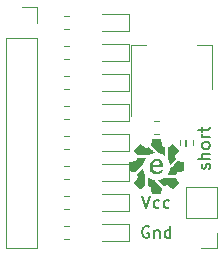
<source format=gbr>
%TF.GenerationSoftware,KiCad,Pcbnew,(6.0.0)*%
%TF.CreationDate,2022-01-24T17:52:03-05:00*%
%TF.ProjectId,LED direction board,4c454420-6469-4726-9563-74696f6e2062,rev?*%
%TF.SameCoordinates,Original*%
%TF.FileFunction,Legend,Top*%
%TF.FilePolarity,Positive*%
%FSLAX46Y46*%
G04 Gerber Fmt 4.6, Leading zero omitted, Abs format (unit mm)*
G04 Created by KiCad (PCBNEW (6.0.0)) date 2022-01-24 17:52:03*
%MOMM*%
%LPD*%
G01*
G04 APERTURE LIST*
%ADD10C,0.150000*%
%ADD11C,0.120000*%
G04 APERTURE END LIST*
D10*
X130810000Y-88646000D02*
X130810000Y-89154000D01*
X127627142Y-96020000D02*
X127531904Y-95972380D01*
X127389047Y-95972380D01*
X127246190Y-96020000D01*
X127150952Y-96115238D01*
X127103333Y-96210476D01*
X127055714Y-96400952D01*
X127055714Y-96543809D01*
X127103333Y-96734285D01*
X127150952Y-96829523D01*
X127246190Y-96924761D01*
X127389047Y-96972380D01*
X127484285Y-96972380D01*
X127627142Y-96924761D01*
X127674761Y-96877142D01*
X127674761Y-96543809D01*
X127484285Y-96543809D01*
X128103333Y-96305714D02*
X128103333Y-96972380D01*
X128103333Y-96400952D02*
X128150952Y-96353333D01*
X128246190Y-96305714D01*
X128389047Y-96305714D01*
X128484285Y-96353333D01*
X128531904Y-96448571D01*
X128531904Y-96972380D01*
X129436666Y-96972380D02*
X129436666Y-95972380D01*
X129436666Y-96924761D02*
X129341428Y-96972380D01*
X129150952Y-96972380D01*
X129055714Y-96924761D01*
X129008095Y-96877142D01*
X128960476Y-96781904D01*
X128960476Y-96496190D01*
X129008095Y-96400952D01*
X129055714Y-96353333D01*
X129150952Y-96305714D01*
X129341428Y-96305714D01*
X129436666Y-96353333D01*
X127079523Y-93432380D02*
X127412857Y-94432380D01*
X127746190Y-93432380D01*
X128508095Y-94384761D02*
X128412857Y-94432380D01*
X128222380Y-94432380D01*
X128127142Y-94384761D01*
X128079523Y-94337142D01*
X128031904Y-94241904D01*
X128031904Y-93956190D01*
X128079523Y-93860952D01*
X128127142Y-93813333D01*
X128222380Y-93765714D01*
X128412857Y-93765714D01*
X128508095Y-93813333D01*
X129365238Y-94384761D02*
X129270000Y-94432380D01*
X129079523Y-94432380D01*
X128984285Y-94384761D01*
X128936666Y-94337142D01*
X128889047Y-94241904D01*
X128889047Y-93956190D01*
X128936666Y-93860952D01*
X128984285Y-93813333D01*
X129079523Y-93765714D01*
X129270000Y-93765714D01*
X129365238Y-93813333D01*
X132738761Y-91122285D02*
X132786380Y-91027047D01*
X132786380Y-90836571D01*
X132738761Y-90741333D01*
X132643523Y-90693714D01*
X132595904Y-90693714D01*
X132500666Y-90741333D01*
X132453047Y-90836571D01*
X132453047Y-90979428D01*
X132405428Y-91074666D01*
X132310190Y-91122285D01*
X132262571Y-91122285D01*
X132167333Y-91074666D01*
X132119714Y-90979428D01*
X132119714Y-90836571D01*
X132167333Y-90741333D01*
X132786380Y-90265142D02*
X131786380Y-90265142D01*
X132786380Y-89836571D02*
X132262571Y-89836571D01*
X132167333Y-89884190D01*
X132119714Y-89979428D01*
X132119714Y-90122285D01*
X132167333Y-90217523D01*
X132214952Y-90265142D01*
X132786380Y-89217523D02*
X132738761Y-89312761D01*
X132691142Y-89360380D01*
X132595904Y-89408000D01*
X132310190Y-89408000D01*
X132214952Y-89360380D01*
X132167333Y-89312761D01*
X132119714Y-89217523D01*
X132119714Y-89074666D01*
X132167333Y-88979428D01*
X132214952Y-88931809D01*
X132310190Y-88884190D01*
X132595904Y-88884190D01*
X132691142Y-88931809D01*
X132738761Y-88979428D01*
X132786380Y-89074666D01*
X132786380Y-89217523D01*
X132786380Y-88455619D02*
X132119714Y-88455619D01*
X132310190Y-88455619D02*
X132214952Y-88408000D01*
X132167333Y-88360380D01*
X132119714Y-88265142D01*
X132119714Y-88169904D01*
X132119714Y-87979428D02*
X132119714Y-87598476D01*
X131786380Y-87836571D02*
X132643523Y-87836571D01*
X132738761Y-87788952D01*
X132786380Y-87693714D01*
X132786380Y-87598476D01*
D11*
%TO.C,R9*%
X128507258Y-87107500D02*
X128032742Y-87107500D01*
X128507258Y-88152500D02*
X128032742Y-88152500D01*
%TO.C,R10*%
X131332500Y-88662742D02*
X131332500Y-89137258D01*
X130287500Y-88662742D02*
X130287500Y-89137258D01*
%TO.C,D3*%
X123660000Y-84555000D02*
X125945000Y-84555000D01*
X125945000Y-84555000D02*
X125945000Y-83085000D01*
X125945000Y-83085000D02*
X123660000Y-83085000D01*
%TO.C,R3*%
X120412742Y-84342500D02*
X120887258Y-84342500D01*
X120412742Y-83297500D02*
X120887258Y-83297500D01*
%TO.C,U1*%
X126130000Y-80640000D02*
X127390000Y-80640000D01*
X126130000Y-86650000D02*
X126130000Y-80640000D01*
X132950000Y-84400000D02*
X132950000Y-80640000D01*
X132950000Y-80640000D02*
X131690000Y-80640000D01*
%TO.C,D2*%
X123660000Y-82015000D02*
X125945000Y-82015000D01*
X125945000Y-82015000D02*
X125945000Y-80545000D01*
X125945000Y-80545000D02*
X123660000Y-80545000D01*
%TO.C,D6*%
X123660000Y-92175000D02*
X125945000Y-92175000D01*
X125945000Y-90705000D02*
X123660000Y-90705000D01*
X125945000Y-92175000D02*
X125945000Y-90705000D01*
%TO.C,R8*%
X120412742Y-95997500D02*
X120887258Y-95997500D01*
X120412742Y-97042500D02*
X120887258Y-97042500D01*
%TO.C,R2*%
X120412742Y-81802500D02*
X120887258Y-81802500D01*
X120412742Y-80757500D02*
X120887258Y-80757500D01*
%TO.C,D1*%
X125945000Y-78005000D02*
X123660000Y-78005000D01*
X125945000Y-79475000D02*
X125945000Y-78005000D01*
X123660000Y-79475000D02*
X125945000Y-79475000D01*
%TO.C,D5*%
X125945000Y-89635000D02*
X125945000Y-88165000D01*
X123660000Y-89635000D02*
X125945000Y-89635000D01*
X125945000Y-88165000D02*
X123660000Y-88165000D01*
%TO.C,R5*%
X120412742Y-88377500D02*
X120887258Y-88377500D01*
X120412742Y-89422500D02*
X120887258Y-89422500D01*
%TO.C,R7*%
X120412742Y-93457500D02*
X120887258Y-93457500D01*
X120412742Y-94502500D02*
X120887258Y-94502500D01*
%TO.C,D7*%
X125945000Y-93245000D02*
X123660000Y-93245000D01*
X123660000Y-94715000D02*
X125945000Y-94715000D01*
X125945000Y-94715000D02*
X125945000Y-93245000D01*
%TO.C,J1*%
X115535000Y-97850000D02*
X118195000Y-97850000D01*
X115535000Y-80010000D02*
X118195000Y-80010000D01*
X115535000Y-80010000D02*
X115535000Y-97850000D01*
X118195000Y-77410000D02*
X118195000Y-78740000D01*
X118195000Y-80010000D02*
X118195000Y-97850000D01*
X116865000Y-77410000D02*
X118195000Y-77410000D01*
%TO.C,D8*%
X123660000Y-97255000D02*
X125945000Y-97255000D01*
X125945000Y-95785000D02*
X123660000Y-95785000D01*
X125945000Y-97255000D02*
X125945000Y-95785000D01*
%TO.C,D4*%
X125945000Y-87095000D02*
X125945000Y-85625000D01*
X125945000Y-85625000D02*
X123660000Y-85625000D01*
X123660000Y-87095000D02*
X125945000Y-87095000D01*
%TO.C,G\u002A\u002A\u002A*%
G36*
X127095645Y-90211591D02*
G01*
X127171680Y-90211906D01*
X127232901Y-90212478D01*
X127280582Y-90213346D01*
X127315996Y-90214548D01*
X127340416Y-90216123D01*
X127355117Y-90218110D01*
X127361371Y-90220546D01*
X127361538Y-90222346D01*
X127353493Y-90234492D01*
X127338563Y-90256321D01*
X127319843Y-90283311D01*
X127318108Y-90285796D01*
X127274358Y-90354943D01*
X127232861Y-90432439D01*
X127198255Y-90509436D01*
X127190936Y-90528343D01*
X127178563Y-90564061D01*
X127165692Y-90605303D01*
X127153504Y-90647759D01*
X127143180Y-90687119D01*
X127135900Y-90719073D01*
X127132844Y-90739311D01*
X127132816Y-90740532D01*
X127126796Y-90750052D01*
X127109674Y-90770154D01*
X127082862Y-90799439D01*
X127047772Y-90836505D01*
X127005813Y-90879954D01*
X126958396Y-90928385D01*
X126906934Y-90980400D01*
X126852836Y-91034597D01*
X126797513Y-91089578D01*
X126742377Y-91143943D01*
X126688838Y-91196292D01*
X126638307Y-91245225D01*
X126592196Y-91289343D01*
X126551914Y-91327246D01*
X126518874Y-91357534D01*
X126494485Y-91378807D01*
X126480159Y-91389666D01*
X126477373Y-91390782D01*
X126455774Y-91388805D01*
X126434013Y-91386464D01*
X126356079Y-91377458D01*
X126292492Y-91370164D01*
X126240357Y-91364261D01*
X126196779Y-91359427D01*
X126158864Y-91355340D01*
X126123716Y-91351678D01*
X126095462Y-91348820D01*
X126052797Y-91344417D01*
X126013165Y-91340088D01*
X125981816Y-91336419D01*
X125967420Y-91334529D01*
X125934867Y-91329791D01*
X125934867Y-90542891D01*
X125967420Y-90538152D01*
X125989651Y-90535318D01*
X126023914Y-90531415D01*
X126064954Y-90527027D01*
X126095462Y-90523925D01*
X126147369Y-90518532D01*
X126207018Y-90511977D01*
X126264929Y-90505313D01*
X126290780Y-90502207D01*
X126340838Y-90496408D01*
X126394312Y-90490754D01*
X126443277Y-90486060D01*
X126467320Y-90484034D01*
X126503289Y-90480244D01*
X126530435Y-90475417D01*
X126545136Y-90470264D01*
X126546677Y-90468493D01*
X126554428Y-90442768D01*
X126566049Y-90406974D01*
X126579895Y-90365887D01*
X126594318Y-90324284D01*
X126607674Y-90286942D01*
X126618315Y-90258637D01*
X126622531Y-90248388D01*
X126638824Y-90211495D01*
X127003523Y-90211495D01*
X127095645Y-90211591D01*
G37*
G36*
X130098143Y-90484576D02*
G01*
X130127968Y-90487882D01*
X130169141Y-90492542D01*
X130215770Y-90497885D01*
X130253562Y-90502261D01*
X130307268Y-90508358D01*
X130367055Y-90514902D01*
X130423969Y-90520922D01*
X130453220Y-90523900D01*
X130495885Y-90528287D01*
X130535518Y-90532603D01*
X130566867Y-90536265D01*
X130581261Y-90538152D01*
X130613814Y-90542891D01*
X130613814Y-91329791D01*
X130581261Y-91334529D01*
X130559030Y-91337364D01*
X130524768Y-91341266D01*
X130483727Y-91345654D01*
X130453220Y-91348757D01*
X130401312Y-91354149D01*
X130341664Y-91360705D01*
X130283753Y-91367369D01*
X130257902Y-91370475D01*
X130207843Y-91376273D01*
X130154369Y-91381928D01*
X130105404Y-91386622D01*
X130081362Y-91388648D01*
X130045411Y-91392436D01*
X130018259Y-91397262D01*
X130003536Y-91402413D01*
X130001983Y-91404188D01*
X129992236Y-91436643D01*
X129978543Y-91478966D01*
X129963054Y-91524770D01*
X129947917Y-91567666D01*
X129938156Y-91593911D01*
X129915603Y-91652506D01*
X129552884Y-91652506D01*
X129475427Y-91652415D01*
X129403625Y-91652156D01*
X129339278Y-91651748D01*
X129284183Y-91651211D01*
X129240137Y-91650563D01*
X129208940Y-91649825D01*
X129192387Y-91649016D01*
X129190164Y-91648582D01*
X129194786Y-91640113D01*
X129207032Y-91621212D01*
X129224474Y-91595602D01*
X129228742Y-91589471D01*
X129274905Y-91516605D01*
X129317866Y-91436100D01*
X129353020Y-91356711D01*
X129357745Y-91344338D01*
X129371314Y-91305143D01*
X129384879Y-91261289D01*
X129397274Y-91217114D01*
X129407337Y-91176955D01*
X129413903Y-91145149D01*
X129415865Y-91127809D01*
X129422001Y-91116983D01*
X129440443Y-91094569D01*
X129471242Y-91060513D01*
X129514450Y-91014761D01*
X129570118Y-90957258D01*
X129638298Y-90887950D01*
X129719041Y-90806783D01*
X129731379Y-90794442D01*
X130046894Y-90479016D01*
X130098143Y-90484576D01*
G37*
G36*
X126956039Y-89046436D02*
G01*
X126977745Y-89063380D01*
X127009924Y-89088852D01*
X127049637Y-89120493D01*
X127093947Y-89155943D01*
X127139915Y-89192845D01*
X127184603Y-89228837D01*
X127225074Y-89261561D01*
X127258389Y-89288657D01*
X127281609Y-89307766D01*
X127284660Y-89310318D01*
X127301377Y-89323992D01*
X127325250Y-89343099D01*
X127340881Y-89355454D01*
X127379670Y-89385942D01*
X127440710Y-89352960D01*
X127480563Y-89332444D01*
X127526624Y-89310224D01*
X127568994Y-89291075D01*
X127569406Y-89290898D01*
X127637062Y-89261817D01*
X127892765Y-89517411D01*
X127947525Y-89572287D01*
X127998271Y-89623411D01*
X128043723Y-89669474D01*
X128082603Y-89709168D01*
X128113632Y-89741185D01*
X128135533Y-89764216D01*
X128147025Y-89776953D01*
X128148469Y-89779038D01*
X128140716Y-89783601D01*
X128120983Y-89788453D01*
X128107235Y-89790664D01*
X128071307Y-89797141D01*
X128024734Y-89807772D01*
X127973279Y-89821030D01*
X127922702Y-89835387D01*
X127878765Y-89849316D01*
X127858640Y-89856578D01*
X127806897Y-89878823D01*
X127749151Y-89907198D01*
X127693039Y-89937761D01*
X127648425Y-89965083D01*
X127604123Y-89994475D01*
X126683412Y-89994475D01*
X126669990Y-89973991D01*
X126655597Y-89954040D01*
X126644957Y-89941438D01*
X126635649Y-89930665D01*
X126617724Y-89909006D01*
X126593383Y-89879155D01*
X126564828Y-89843803D01*
X126549895Y-89825199D01*
X126516581Y-89783657D01*
X126483064Y-89741937D01*
X126452702Y-89704214D01*
X126428853Y-89674662D01*
X126423627Y-89668208D01*
X126400144Y-89638827D01*
X126378527Y-89611078D01*
X126363185Y-89590627D01*
X126362374Y-89589494D01*
X126343937Y-89563602D01*
X126902775Y-89005540D01*
X126956039Y-89046436D01*
G37*
G36*
X127755479Y-90609170D02*
G01*
X127800915Y-90530627D01*
X127860703Y-90456349D01*
X127879365Y-90436742D01*
X127952627Y-90371793D01*
X128030991Y-90321972D01*
X128118082Y-90285108D01*
X128148393Y-90275691D01*
X128186888Y-90265276D01*
X128218279Y-90258919D01*
X128248898Y-90255961D01*
X128285080Y-90255736D01*
X128325094Y-90257209D01*
X128401080Y-90264002D01*
X128466180Y-90277862D01*
X128526005Y-90300449D01*
X128586167Y-90333419D01*
X128589036Y-90335214D01*
X128654465Y-90386327D01*
X128710304Y-90450467D01*
X128754966Y-90525253D01*
X128786860Y-90608304D01*
X128796162Y-90645534D01*
X128802673Y-90688089D01*
X128806166Y-90736630D01*
X128806775Y-90786999D01*
X128804633Y-90835038D01*
X128799876Y-90876590D01*
X128792636Y-90907497D01*
X128787355Y-90918905D01*
X128773086Y-90940681D01*
X127974853Y-90940681D01*
X127975158Y-90977575D01*
X127983673Y-91060333D01*
X128007001Y-91137712D01*
X128043917Y-91207660D01*
X128093197Y-91268123D01*
X128153617Y-91317049D01*
X128189920Y-91337690D01*
X128218396Y-91351478D01*
X128240778Y-91360715D01*
X128261826Y-91366312D01*
X128286302Y-91369181D01*
X128318966Y-91370233D01*
X128360685Y-91370380D01*
X128406502Y-91370056D01*
X128439514Y-91368620D01*
X128464274Y-91365375D01*
X128485332Y-91359626D01*
X128507242Y-91350676D01*
X128516023Y-91346626D01*
X128552029Y-91326771D01*
X128593747Y-91299265D01*
X128635452Y-91268290D01*
X128671418Y-91238027D01*
X128690194Y-91219417D01*
X128707853Y-91205128D01*
X128726374Y-91203219D01*
X128749019Y-91214277D01*
X128774209Y-91234542D01*
X128811888Y-91267979D01*
X128781836Y-91317656D01*
X128723496Y-91398246D01*
X128654021Y-91466289D01*
X128574735Y-91520702D01*
X128486965Y-91560405D01*
X128482349Y-91561994D01*
X128446336Y-91573109D01*
X128412676Y-91580480D01*
X128375496Y-91584992D01*
X128328925Y-91587533D01*
X128309064Y-91588126D01*
X128263101Y-91588519D01*
X128218701Y-91587520D01*
X128181441Y-91585331D01*
X128159948Y-91582755D01*
X128088983Y-91564088D01*
X128015402Y-91534187D01*
X127946505Y-91496074D01*
X127939732Y-91491647D01*
X127870831Y-91435628D01*
X127812071Y-91366762D01*
X127764009Y-91286683D01*
X127727204Y-91197020D01*
X127702215Y-91099408D01*
X127689601Y-90995477D01*
X127689920Y-90886859D01*
X127700605Y-90793108D01*
X127702564Y-90784427D01*
X127974523Y-90784427D01*
X128211240Y-90784378D01*
X128277461Y-90784044D01*
X128338483Y-90783122D01*
X128391809Y-90781695D01*
X128434943Y-90779846D01*
X128465387Y-90777656D01*
X128479617Y-90775536D01*
X128511190Y-90760391D01*
X128531398Y-90734702D01*
X128541229Y-90696768D01*
X128542557Y-90667236D01*
X128533583Y-90605517D01*
X128508921Y-90548158D01*
X128470132Y-90497575D01*
X128418782Y-90456184D01*
X128398402Y-90444458D01*
X128353130Y-90428932D01*
X128299764Y-90423305D01*
X128244386Y-90427451D01*
X128193078Y-90441245D01*
X128175764Y-90449067D01*
X128118567Y-90487970D01*
X128068713Y-90540330D01*
X128028478Y-90602999D01*
X128000141Y-90672827D01*
X127992611Y-90702233D01*
X127986280Y-90731636D01*
X127980773Y-90756802D01*
X127978962Y-90764895D01*
X127974523Y-90784427D01*
X127702564Y-90784427D01*
X127722630Y-90695491D01*
X127755479Y-90609170D01*
G37*
G36*
X129408051Y-91869937D02*
G01*
X129854245Y-91870347D01*
X129893309Y-91919643D01*
X129914961Y-91946886D01*
X129934167Y-91970910D01*
X129946763Y-91986508D01*
X129957877Y-92000210D01*
X129977148Y-92024100D01*
X130002640Y-92055769D01*
X130032418Y-92092806D01*
X130064547Y-92132801D01*
X130097093Y-92173344D01*
X130128121Y-92212025D01*
X130155696Y-92246434D01*
X130177883Y-92274160D01*
X130192746Y-92292794D01*
X130198157Y-92299656D01*
X130193764Y-92307835D01*
X130177643Y-92327309D01*
X130150534Y-92357294D01*
X130113179Y-92397004D01*
X130066320Y-92445655D01*
X130010697Y-92502463D01*
X129947053Y-92566643D01*
X129925386Y-92588337D01*
X129645717Y-92867908D01*
X129493898Y-92745599D01*
X129448922Y-92709347D01*
X129407653Y-92676046D01*
X129372306Y-92647486D01*
X129345094Y-92625456D01*
X129328231Y-92611745D01*
X129324686Y-92608832D01*
X129310508Y-92597249D01*
X129286712Y-92578016D01*
X129257248Y-92554318D01*
X129239647Y-92540208D01*
X129172000Y-92486045D01*
X129096444Y-92524326D01*
X129056514Y-92544184D01*
X129015580Y-92563928D01*
X128980601Y-92580220D01*
X128970820Y-92584591D01*
X128920751Y-92606575D01*
X128664007Y-92350269D01*
X128609277Y-92295448D01*
X128558722Y-92244451D01*
X128513595Y-92198568D01*
X128475146Y-92159090D01*
X128444630Y-92127304D01*
X128423297Y-92104503D01*
X128412402Y-92091976D01*
X128411269Y-92089957D01*
X128421287Y-92086624D01*
X128443511Y-92081860D01*
X128470679Y-92077102D01*
X128599993Y-92047751D01*
X128727178Y-92001530D01*
X128851033Y-91938905D01*
X128895885Y-91911601D01*
X128961858Y-91869526D01*
X129408051Y-91869937D01*
G37*
G36*
X127572492Y-91857189D02*
G01*
X127594321Y-91872119D01*
X127621311Y-91890838D01*
X127623796Y-91892574D01*
X127692943Y-91936323D01*
X127770439Y-91977821D01*
X127847436Y-92012426D01*
X127866343Y-92019745D01*
X127902061Y-92032119D01*
X127943303Y-92044990D01*
X127985759Y-92057177D01*
X128025119Y-92067502D01*
X128057073Y-92074782D01*
X128077311Y-92077837D01*
X128078532Y-92077865D01*
X128087124Y-92083842D01*
X128106736Y-92101008D01*
X128136174Y-92128216D01*
X128174240Y-92164318D01*
X128219740Y-92208168D01*
X128271477Y-92258618D01*
X128328255Y-92314520D01*
X128388880Y-92374728D01*
X128411620Y-92397441D01*
X128731108Y-92717016D01*
X128725761Y-92764204D01*
X128722565Y-92792214D01*
X128718018Y-92831812D01*
X128712772Y-92877338D01*
X128708354Y-92915562D01*
X128702285Y-92969271D01*
X128695764Y-93029060D01*
X128689756Y-93085977D01*
X128686782Y-93115220D01*
X128682394Y-93157885D01*
X128678078Y-93197518D01*
X128674417Y-93228867D01*
X128672529Y-93243261D01*
X128667791Y-93275814D01*
X127880891Y-93275814D01*
X127876152Y-93243261D01*
X127873318Y-93221030D01*
X127869415Y-93186768D01*
X127865027Y-93145727D01*
X127861925Y-93115220D01*
X127856532Y-93063312D01*
X127849977Y-93003664D01*
X127843313Y-92945753D01*
X127840207Y-92919902D01*
X127834408Y-92869843D01*
X127828754Y-92816369D01*
X127824060Y-92767404D01*
X127822034Y-92743362D01*
X127818244Y-92707393D01*
X127813417Y-92680247D01*
X127808264Y-92665545D01*
X127806493Y-92664004D01*
X127780768Y-92656254D01*
X127744974Y-92644632D01*
X127703887Y-92630787D01*
X127662284Y-92616363D01*
X127624942Y-92603008D01*
X127596637Y-92592367D01*
X127586388Y-92588151D01*
X127549495Y-92571858D01*
X127549495Y-92207158D01*
X127549591Y-92115036D01*
X127549906Y-92039002D01*
X127550478Y-91977781D01*
X127551346Y-91930100D01*
X127552548Y-91894686D01*
X127554123Y-91870265D01*
X127556110Y-91855565D01*
X127558546Y-91849310D01*
X127560346Y-91849143D01*
X127572492Y-91857189D01*
G37*
G36*
X128672529Y-88629420D02*
G01*
X128675364Y-88651651D01*
X128679266Y-88685914D01*
X128683654Y-88726954D01*
X128686757Y-88757462D01*
X128692149Y-88809369D01*
X128698705Y-88869018D01*
X128705369Y-88926929D01*
X128708475Y-88952780D01*
X128714273Y-89002838D01*
X128719928Y-89056312D01*
X128724622Y-89105277D01*
X128726648Y-89129320D01*
X128730438Y-89165289D01*
X128735264Y-89192435D01*
X128740418Y-89207136D01*
X128742188Y-89208677D01*
X128767913Y-89216428D01*
X128803708Y-89228049D01*
X128844794Y-89241895D01*
X128886397Y-89256318D01*
X128923739Y-89269674D01*
X128952044Y-89280315D01*
X128962294Y-89284531D01*
X128999187Y-89300824D01*
X128999187Y-89665011D01*
X128999137Y-89742622D01*
X128998994Y-89814574D01*
X128998770Y-89879074D01*
X128998473Y-89934329D01*
X128998117Y-89978546D01*
X128997710Y-90009930D01*
X128997264Y-90026690D01*
X128997017Y-90029030D01*
X128989435Y-90024347D01*
X128970792Y-90011881D01*
X128944270Y-89993776D01*
X128925400Y-89980755D01*
X128809310Y-89910675D01*
X128683706Y-89854275D01*
X128550993Y-89812608D01*
X128530424Y-89807648D01*
X128465318Y-89792563D01*
X128141944Y-89470359D01*
X127818569Y-89148154D01*
X127823419Y-89104722D01*
X127826397Y-89078377D01*
X127830754Y-89040232D01*
X127835868Y-88995732D01*
X127840327Y-88957120D01*
X127846396Y-88903411D01*
X127852918Y-88843621D01*
X127858925Y-88786705D01*
X127861900Y-88757462D01*
X127866287Y-88714796D01*
X127870603Y-88675163D01*
X127874265Y-88643815D01*
X127876152Y-88629420D01*
X127880891Y-88596867D01*
X128667791Y-88596867D01*
X128672529Y-88629420D01*
G37*
G36*
X129925386Y-89284344D02*
G01*
X129991412Y-89350691D01*
X130049650Y-89409914D01*
X130099359Y-89461228D01*
X130139798Y-89503850D01*
X130170226Y-89536993D01*
X130189901Y-89559875D01*
X130198081Y-89571709D01*
X130198157Y-89573026D01*
X130190559Y-89582655D01*
X130174029Y-89603371D01*
X130150523Y-89632735D01*
X130121999Y-89668313D01*
X130090413Y-89707668D01*
X130057723Y-89748363D01*
X130025885Y-89787962D01*
X129996857Y-89824029D01*
X129972595Y-89854128D01*
X129955056Y-89875821D01*
X129946763Y-89885995D01*
X129935205Y-89900179D01*
X129915996Y-89923974D01*
X129892322Y-89953426D01*
X129878303Y-89970917D01*
X129824234Y-90038447D01*
X129870728Y-90131481D01*
X129890311Y-90171476D01*
X129908017Y-90209103D01*
X129921741Y-90239804D01*
X129928810Y-90257341D01*
X129940397Y-90290166D01*
X129689038Y-90541637D01*
X129634643Y-90595923D01*
X129584023Y-90646185D01*
X129538496Y-90691133D01*
X129499381Y-90729478D01*
X129467993Y-90759931D01*
X129445652Y-90781202D01*
X129433674Y-90792003D01*
X129432041Y-90793108D01*
X129424518Y-90786224D01*
X129421134Y-90779376D01*
X129416758Y-90759365D01*
X129415865Y-90746288D01*
X129413187Y-90724138D01*
X129405934Y-90689975D01*
X129395275Y-90648170D01*
X129382381Y-90603092D01*
X129368420Y-90559113D01*
X129357529Y-90528343D01*
X129327099Y-90454207D01*
X129293524Y-90387571D01*
X129253988Y-90321904D01*
X129216207Y-90263038D01*
X129216207Y-89353895D01*
X129244847Y-89329123D01*
X129270112Y-89307779D01*
X129298846Y-89284197D01*
X129307783Y-89277018D01*
X129324658Y-89263504D01*
X129352517Y-89241119D01*
X129388834Y-89211896D01*
X129431081Y-89177870D01*
X129476733Y-89141073D01*
X129493898Y-89127230D01*
X129645717Y-89004774D01*
X129925386Y-89284344D01*
G37*
G36*
X127122335Y-91078527D02*
G01*
X127127414Y-91097466D01*
X127128458Y-91103446D01*
X127156590Y-91235415D01*
X127198231Y-91361660D01*
X127252255Y-91479138D01*
X127294190Y-91550462D01*
X127332475Y-91609644D01*
X127332475Y-92518787D01*
X127303834Y-92543558D01*
X127278552Y-92564902D01*
X127249804Y-92588459D01*
X127240898Y-92595595D01*
X127223701Y-92609331D01*
X127195625Y-92631827D01*
X127159317Y-92660961D01*
X127117424Y-92694607D01*
X127072593Y-92730643D01*
X127063370Y-92738060D01*
X127020303Y-92772679D01*
X126981548Y-92803793D01*
X126949245Y-92829690D01*
X126925529Y-92848657D01*
X126912539Y-92858981D01*
X126911026Y-92860157D01*
X126902847Y-92855764D01*
X126883372Y-92839643D01*
X126853388Y-92812534D01*
X126813678Y-92775179D01*
X126765026Y-92728320D01*
X126708218Y-92672697D01*
X126644038Y-92609053D01*
X126622344Y-92587386D01*
X126342774Y-92307717D01*
X126465082Y-92155898D01*
X126501335Y-92110922D01*
X126534636Y-92069653D01*
X126563196Y-92034306D01*
X126585226Y-92007094D01*
X126598936Y-91990231D01*
X126601850Y-91986686D01*
X126613433Y-91972508D01*
X126632666Y-91948712D01*
X126656363Y-91919248D01*
X126670473Y-91901647D01*
X126724637Y-91834000D01*
X126686355Y-91758444D01*
X126666361Y-91718217D01*
X126646356Y-91676696D01*
X126629746Y-91640989D01*
X126625364Y-91631176D01*
X126602653Y-91579463D01*
X126856829Y-91325178D01*
X126911554Y-91270573D01*
X126962531Y-91219987D01*
X127008445Y-91174702D01*
X127047985Y-91135999D01*
X127079836Y-91105163D01*
X127102687Y-91083474D01*
X127115224Y-91072216D01*
X127117177Y-91070893D01*
X127122335Y-91078527D01*
G37*
%TO.C,R1*%
X120412742Y-79262500D02*
X120887258Y-79262500D01*
X120412742Y-78217500D02*
X120887258Y-78217500D01*
%TO.C,R4*%
X120412742Y-85837500D02*
X120887258Y-85837500D01*
X120412742Y-86882500D02*
X120887258Y-86882500D01*
%TO.C,J2*%
X133410000Y-92650000D02*
X130750000Y-92650000D01*
X133410000Y-95250000D02*
X130750000Y-95250000D01*
X133410000Y-96520000D02*
X133410000Y-97850000D01*
X130750000Y-95250000D02*
X130750000Y-92650000D01*
X133410000Y-97850000D02*
X132080000Y-97850000D01*
X133410000Y-95250000D02*
X133410000Y-92650000D01*
%TO.C,R6*%
X120412742Y-91962500D02*
X120887258Y-91962500D01*
X120412742Y-90917500D02*
X120887258Y-90917500D01*
%TD*%
M02*

</source>
